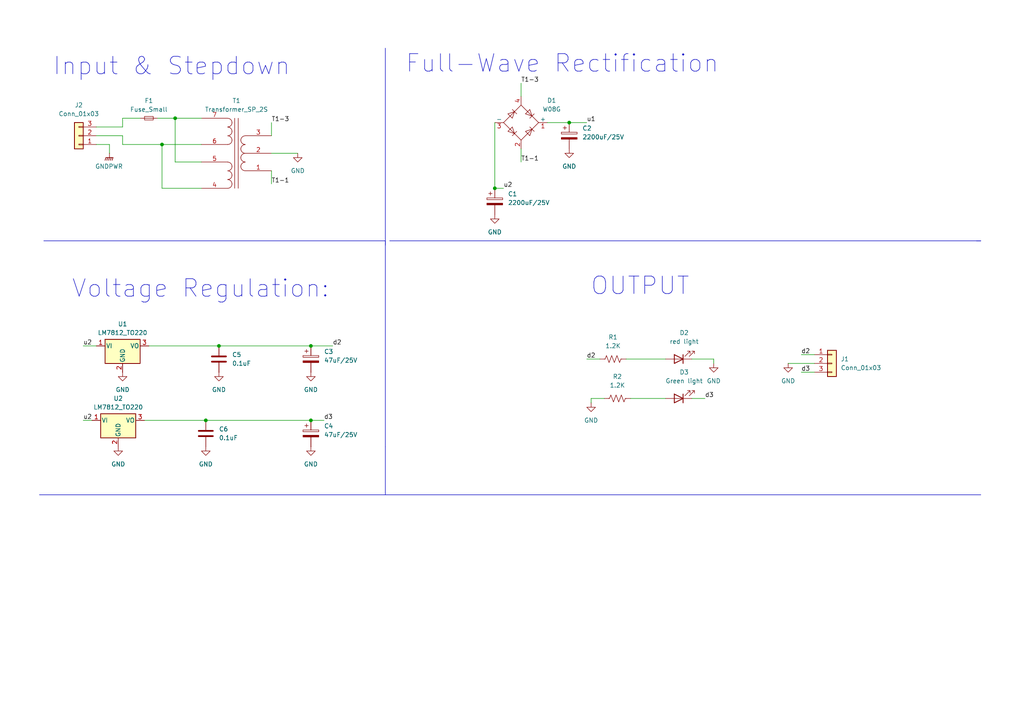
<source format=kicad_sch>
(kicad_sch (version 20250114) (generator "eeschema") (generator_version "9.0")
  (paper "A4")
  (lib_symbols
    (symbol "Connector_Generic:Conn_01x03" (pin_names (offset 1.016) (hide yes))
      (property "Reference" "J" (at 0 5.08 0))
      (property "Value" "Conn_01x03" (at 0 -5.08 0))
      (symbol "Conn_01x03_1_1"
        (rectangle (start -1.27 3.81) (end 1.27 -3.81) (stroke (width 0.254)) (fill (type background)))
        (rectangle (start -1.27 2.667) (end 0 2.413) (stroke (width 0.1524)))
        (rectangle (start -1.27 0.127) (end 0 -0.127) (stroke (width 0.1524)))
        (rectangle (start -1.27 -2.413) (end 0 -2.667) (stroke (width 0.1524)))
        (pin passive line (at -5.08 2.54 0) (length 3.81) (name "Pin_1") (number "1"))
        (pin passive line (at -5.08 0 0) (length 3.81) (name "Pin_2") (number "2"))
        (pin passive line (at -5.08 -2.54 0) (length 3.81) (name "Pin_3") (number "3"))
      )
    )
    (symbol "Device:C" (pin_numbers (hide yes)) (pin_names (offset 0.254))
      (property "Reference" "C" (at 0.635 2.54 0))
      (property "Value" "C" (at 0.635 -2.54 0))
      (symbol "C_0_1"
        (polyline (pts (xy -2.032 0.762) (xy 2.032 0.762)) (stroke (width 0.508)))
        (polyline (pts (xy -2.032 -0.762) (xy 2.032 -0.762)) (stroke (width 0.508)))
      )
      (symbol "C_1_1"
        (pin passive line (at 0 3.81 270) (length 2.794) (name "~") (number "1"))
        (pin passive line (at 0 -3.81 90) (length 2.794) (name "~") (number "2"))
      )
    )
    (symbol "Device:C_Polarized" (pin_numbers (hide yes)) (pin_names (offset 0.254))
      (property "Reference" "C" (at 0.635 2.54 0))
      (property "Value" "C_Polarized" (at 0.635 -2.54 0))
      (symbol "C_Polarized_0_1"
        (rectangle (start -2.286 0.508) (end 2.286 1.016))
        (polyline (pts (xy -1.778 2.286) (xy -0.762 2.286)))
        (polyline (pts (xy -1.27 2.794) (xy -1.27 1.778)))
        (rectangle (start 2.286 -0.508) (end -2.286 -1.016) (fill (type outline)))
      )
      (symbol "C_Polarized_1_1"
        (pin passive line (at 0 3.81 270) (length 2.794) (name "~") (number "1"))
        (pin passive line (at 0 -3.81 90) (length 2.794) (name "~") (number "2"))
      )
    )
    (symbol "Device:Fuse_Small" (pin_numbers (hide yes)) (pin_names (offset 0.254) (hide yes))
      (property "Reference" "F" (at 0 -1.524 0))
      (property "Value" "Fuse_Small" (at 0 1.524 0))
      (symbol "Fuse_Small_0_1"
        (rectangle (start -1.27 0.508) (end 1.27 -0.508))
        (polyline (pts (xy -1.27 0) (xy 1.27 0)))
      )
      (symbol "Fuse_Small_1_1"
        (pin passive line (at -2.54 0 0) (length 1.27) (name "~") (number "1"))
        (pin passive line (at 2.54 0 180) (length 1.27) (name "~") (number "2"))
      )
    )
    (symbol "Device:LED" (pin_numbers (hide yes)) (pin_names (offset 1.016) (hide yes))
      (property "Reference" "D" (at 0 2.54 0))
      (property "Value" "LED" (at 0 -2.54 0))
      (symbol "LED_0_1"
        (polyline (pts (xy -3.048 -0.762) (xy -4.572 -2.286) (xy -3.81 -2.286) (xy -4.572 -2.286) (xy -4.572 -1.524)))
        (polyline (pts (xy -1.778 -0.762) (xy -3.302 -2.286) (xy -2.54 -2.286) (xy -3.302 -2.286) (xy -3.302 -1.524)))
        (polyline (pts (xy -1.27 0) (xy 1.27 0)))
        (polyline (pts (xy -1.27 -1.27) (xy -1.27 1.27)) (stroke (width 0.254)))
        (polyline (pts (xy 1.27 -1.27) (xy 1.27 1.27) (xy -1.27 0) (xy 1.27 -1.27)) (stroke (width 0.254)))
      )
      (symbol "LED_1_1"
        (pin passive line (at -3.81 0 0) (length 2.54) (name "K") (number "1"))
        (pin passive line (at 3.81 0 180) (length 2.54) (name "A") (number "2"))
      )
    )
    (symbol "Device:R_US" (pin_numbers (hide yes)) (pin_names (offset 0))
      (property "Reference" "R" (at 2.54 0 90))
      (property "Value" "R_US" (at -2.54 0 90))
      (symbol "R_US_0_1"
        (polyline (pts (xy 0 2.286) (xy 0 2.54)))
        (polyline (pts (xy 0 2.286) (xy 1.016 1.905) (xy 0 1.524) (xy -1.016 1.143) (xy 0 0.762)))
        (polyline (pts (xy 0 0.762) (xy 1.016 0.381) (xy 0 0) (xy -1.016 -0.381) (xy 0 -0.762)))
        (polyline (pts (xy 0 -0.762) (xy 1.016 -1.143) (xy 0 -1.524) (xy -1.016 -1.905) (xy 0 -2.286)))
        (polyline (pts (xy 0 -2.286) (xy 0 -2.54)))
      )
      (symbol "R_US_1_1"
        (pin passive line (at 0 3.81 270) (length 1.27) (name "~") (number "1"))
        (pin passive line (at 0 -3.81 90) (length 1.27) (name "~") (number "2"))
      )
    )
    (symbol "Device:Transformer_SP_2S" (pin_names (offset 1.016) (hide yes))
      (property "Reference" "T" (at 0 12.7 0))
      (property "Value" "Transformer_SP_2S" (at 0 -12.7 0))
      (symbol "Transformer_SP_2S_0_1"
        (arc (start -1.27 3.81) (mid -1.656 2.9336) (end -2.54 2.5654))
        (arc (start -1.27 1.27) (mid -1.656 0.3936) (end -2.54 0.0254))
        (arc (start -1.27 -1.27) (mid -1.656 -2.1464) (end -2.54 -2.5146))
        (arc (start -1.27 -3.81) (mid -1.656 -4.6864) (end -2.54 -5.0546))
        (arc (start -2.54 5.08) (mid -1.642 4.708) (end -1.27 3.81))
        (arc (start -2.54 2.54) (mid -1.642 2.168) (end -1.27 1.27))
        (arc (start -2.54 0) (mid -1.642 -0.372) (end -1.27 -1.27))
        (arc (start -2.54 -2.54) (mid -1.642 -2.912) (end -1.27 -3.81))
        (polyline (pts (xy -0.508 -10.16) (xy -0.508 10.16)))
        (polyline (pts (xy 0.508 10.16) (xy 0.508 -10.16)))
        (arc (start 1.2954 8.89) (mid 1.6457 9.7917) (end 2.54 10.16))
        (arc (start 1.2954 6.35) (mid 1.6457 7.2517) (end 2.54 7.62))
        (arc (start 1.2954 3.81) (mid 1.6457 4.7117) (end 2.54 5.08))
        (arc (start 1.2954 -3.81) (mid 1.6457 -2.9083) (end 2.54 -2.54))
        (arc (start 1.2954 -6.35) (mid 1.6457 -5.4483) (end 2.54 -5.08))
        (arc (start 1.2954 -8.89) (mid 1.6457 -7.9883) (end 2.54 -7.62))
        (arc (start 2.54 7.6454) (mid 1.6599 8.0099) (end 1.2954 8.89))
        (arc (start 2.54 5.1054) (mid 1.6599 5.4699) (end 1.2954 6.35))
        (arc (start 2.54 2.5654) (mid 1.6599 2.9299) (end 1.2954 3.81))
        (arc (start 2.54 -5.0546) (mid 1.6599 -4.6901) (end 1.2954 -3.81))
        (arc (start 2.54 -7.5946) (mid 1.6599 -7.2301) (end 1.2954 -6.35))
        (arc (start 2.54 -10.1346) (mid 1.6599 -9.7701) (end 1.2954 -8.89))
      )
      (symbol "Transformer_SP_2S_1_1"
        (pin passive line (at -10.16 5.08 0) (length 7.62) (name "IN+") (number "1"))
        (pin passive line (at -10.16 0 0) (length 7.62) (name "PM") (number "2"))
        (pin passive line (at -10.16 -5.08 0) (length 7.62) (name "IN-") (number "3"))
        (pin passive line (at 10.16 10.16 180) (length 7.62) (name "OUT1A") (number "4"))
        (pin passive line (at 10.16 2.54 180) (length 7.62) (name "OUT1B") (number "5"))
        (pin passive line (at 10.16 -2.54 180) (length 7.62) (name "OUT2A") (number "6"))
        (pin passive line (at 10.16 -10.16 180) (length 7.62) (name "OUT2B") (number "7"))
      )
    )
    (symbol "Diode_Bridge:W08G" (pin_names (offset 0))
      (property "Reference" "D" (at 2.54 6.985 0))
      (property "Value" "W08G" (at 2.54 5.08 0))
      (symbol "W08G_0_1"
        (polyline (pts (xy -5.08 0) (xy 0 -5.08) (xy 5.08 0) (xy 0 5.08) (xy -5.08 0)))
        (polyline (pts (xy -3.81 2.54) (xy -2.54 1.27) (xy -1.905 3.175) (xy -3.81 2.54)))
        (polyline (pts (xy -2.54 3.81) (xy -1.27 2.54)))
        (polyline (pts (xy -2.54 -1.27) (xy -3.81 -2.54) (xy -1.905 -3.175) (xy -2.54 -1.27)))
        (polyline (pts (xy -1.27 -2.54) (xy -2.54 -3.81)))
        (polyline (pts (xy 1.27 2.54) (xy 2.54 3.81) (xy 3.175 1.905) (xy 1.27 2.54)))
        (polyline (pts (xy 2.54 1.27) (xy 3.81 2.54)))
        (polyline (pts (xy 2.54 -1.27) (xy 3.81 -2.54)))
        (polyline (pts (xy 3.175 -1.905) (xy 1.27 -2.54) (xy 2.54 -3.81) (xy 3.175 -1.905)))
      )
      (symbol "W08G_1_1"
        (pin passive line (at -7.62 0 0) (length 2.54) (name "-") (number "3"))
        (pin passive line (at 0 7.62 270) (length 2.54) (name "~") (number "4"))
        (pin passive line (at 0 -7.62 90) (length 2.54) (name "~") (number "2"))
        (pin passive line (at 7.62 0 180) (length 2.54) (name "+") (number "1"))
      )
    )
    (symbol "Regulator_Linear:LM7812_TO220" (pin_names (offset 0.254))
      (property "Reference" "U" (at -3.81 3.175 0))
      (property "Value" "LM7812_TO220" (at 0 3.175 0))
      (symbol "LM7812_TO220_0_1"
        (rectangle (start -5.08 1.905) (end 5.08 -5.08) (stroke (width 0.254)) (fill (type background)))
      )
      (symbol "LM7812_TO220_1_1"
        (pin power_in line (at -7.62 0 0) (length 2.54) (name "VI") (number "1"))
        (pin power_in line (at 0 -7.62 90) (length 2.54) (name "GND") (number "2"))
        (pin power_out line (at 7.62 0 180) (length 2.54) (name "VO") (number "3"))
      )
    )
    (symbol "power:GND" (power) (pin_numbers (hide yes)) (pin_names (offset 0) (hide yes))
      (property "Value" "GND" (at 0 -3.81 0))
      (symbol "GND_0_1"
        (polyline (pts (xy 0 0) (xy 0 -1.27) (xy 1.27 -1.27) (xy 0 -2.54) (xy -1.27 -1.27) (xy 0 -1.27)))
      )
      (symbol "GND_1_1"
        (pin power_in line (at 0 0 270) (length 0) (name "~") (number "1"))
      )
    )
    (symbol "power:GNDPWR" (power) (pin_numbers (hide yes)) (pin_names (offset 0) (hide yes))
      (property "Value" "GNDPWR" (at 0 -3.302 0))
      (symbol "GNDPWR_0_1"
        (polyline (pts (xy -1.016 -1.27) (xy -1.27 -2.032) (xy -1.27 -2.032)) (stroke (width 0.2032)))
        (polyline (pts (xy -0.508 -1.27) (xy -0.762 -2.032) (xy -0.762 -2.032)) (stroke (width 0.2032)))
        (polyline (pts (xy 0 -1.27) (xy 0 0)))
        (polyline (pts (xy 0 -1.27) (xy -0.254 -2.032) (xy -0.254 -2.032)) (stroke (width 0.2032)))
        (polyline (pts (xy 0.508 -1.27) (xy 0.254 -2.032) (xy 0.254 -2.032)) (stroke (width 0.2032)))
        (polyline (pts (xy 1.016 -1.27) (xy -1.016 -1.27) (xy -1.016 -1.27)) (stroke (width 0.2032)))
        (polyline (pts (xy 1.016 -1.27) (xy 0.762 -2.032) (xy 0.762 -2.032) (xy 0.762 -2.032)) (stroke (width 0.2032)))
      )
      (symbol "GNDPWR_1_1"
        (pin power_in line (at 0 0 270) (length 0) (name "~") (number "1"))
      )
    )
  )
  (text "Input & Stepdown" (at 49.784 19.304 0) (effects (font (size 5.08 5.08))))
  (text "Voltage Regulation:" (at 58.166 83.82 0) (effects (font (size 5.08 5.08))))
  (text "Full-Wave Rectification" (at 163.068 18.542 0) (effects (font (size 5.08 5.08))))
  (text "OUTPUT" (at 185.674 83.058 0) (effects (font (size 5.08 5.08))))
  (junction (at 46.99 41.91))
  (junction (at 143.51 54.61))
  (junction (at 90.17 121.92))
  (junction (at 165.1 35.56))
  (junction (at 63.5 100.33))
  (junction (at 59.69 121.92))
  (junction (at 90.17 100.33))
  (junction (at 50.8 34.29))
  (wire (pts (xy 175.26 115.57) (xy 171.45 115.57)))
  (wire (pts (xy 46.99 54.61) (xy 46.99 41.91)))
  (wire (pts (xy 35.56 39.37) (xy 27.94 39.37)))
  (wire (pts (xy 232.41 102.87) (xy 236.22 102.87)))
  (wire (pts (xy 35.56 36.83) (xy 35.56 34.29)))
  (polyline (pts (xy 111.76 143.51) (xy 284.48 143.51)))
  (wire (pts (xy 143.51 54.61) (xy 146.05 54.61)))
  (wire (pts (xy 46.99 41.91) (xy 58.42 41.91)))
  (wire (pts (xy 31.75 41.91) (xy 31.75 44.45)))
  (wire (pts (xy 207.01 104.14) (xy 207.01 105.41)))
  (polyline (pts (xy 111.76 69.85) (xy 111.76 71.12)))
  (wire (pts (xy 27.94 36.83) (xy 35.56 36.83)))
  (wire (pts (xy 35.56 41.91) (xy 35.56 39.37)))
  (wire (pts (xy 200.66 115.57) (xy 204.47 115.57)))
  (wire (pts (xy 78.74 44.45) (xy 86.36 44.45)))
  (wire (pts (xy 35.56 34.29) (xy 40.64 34.29)))
  (polyline (pts (xy 111.76 129.54) (xy 111.76 143.51)))
  (wire (pts (xy 24.13 100.33) (xy 27.94 100.33)))
  (wire (pts (xy 59.69 121.92) (xy 90.17 121.92)))
  (wire (pts (xy 158.75 35.56) (xy 165.1 35.56)))
  (wire (pts (xy 200.66 104.14) (xy 207.01 104.14)))
  (wire (pts (xy 78.74 35.56) (xy 78.74 39.37)))
  (wire (pts (xy 43.18 100.33) (xy 63.5 100.33)))
  (wire (pts (xy 228.6 105.41) (xy 236.22 105.41)))
  (wire (pts (xy 27.94 41.91) (xy 31.75 41.91)))
  (wire (pts (xy 45.72 34.29) (xy 50.8 34.29)))
  (wire (pts (xy 182.88 115.57) (xy 193.04 115.57)))
  (polyline (pts (xy 111.76 13.97) (xy 111.76 129.54)))
  (wire (pts (xy 50.8 34.29) (xy 58.42 34.29)))
  (wire (pts (xy 41.91 121.92) (xy 59.69 121.92)))
  (wire (pts (xy 171.45 115.57) (xy 171.45 116.84)))
  (polyline (pts (xy 283.21 69.85) (xy 284.48 69.85)))
  (wire (pts (xy 170.18 104.14) (xy 173.99 104.14)))
  (wire (pts (xy 90.17 121.92) (xy 93.98 121.92)))
  (wire (pts (xy 78.74 49.53) (xy 78.74 53.34)))
  (wire (pts (xy 181.61 104.14) (xy 193.04 104.14)))
  (wire (pts (xy 232.41 107.95) (xy 236.22 107.95)))
  (polyline (pts (xy 12.7 69.85) (xy 111.76 69.85)))
  (wire (pts (xy 35.56 41.91) (xy 46.99 41.91)))
  (wire (pts (xy 151.13 43.18) (xy 151.13 46.99)))
  (polyline (pts (xy 11.43 143.51) (xy 111.76 143.51)))
  (wire (pts (xy 143.51 35.56) (xy 143.51 54.61)))
  (polyline (pts (xy 113.03 69.85) (xy 284.48 69.85)))
  (wire (pts (xy 63.5 100.33) (xy 90.17 100.33)))
  (wire (pts (xy 151.13 24.13) (xy 151.13 27.94)))
  (wire (pts (xy 165.1 35.56) (xy 170.18 35.56)))
  (wire (pts (xy 58.42 54.61) (xy 46.99 54.61)))
  (wire (pts (xy 24.13 121.92) (xy 26.67 121.92)))
  (wire (pts (xy 90.17 100.33) (xy 96.52 100.33)))
  (wire (pts (xy 58.42 46.99) (xy 50.8 46.99)))
  (wire (pts (xy 50.8 46.99) (xy 50.8 34.29)))
  (label "u2" (at 24.13 100.33 0))
  (label "d3" (at 93.98 121.92 0))
  (label "d3" (at 204.47 115.57 0))
  (label "T1-1" (at 78.74 53.34 0))
  (label "d2" (at 232.41 102.87 0))
  (label "u2" (at 24.13 121.92 0))
  (label "d3" (at 232.41 107.95 0))
  (label "d2" (at 170.18 104.14 0))
  (label "T1-3" (at 78.74 35.56 0))
  (label "T1-1" (at 151.13 46.99 0))
  (label "d2" (at 96.52 100.33 0))
  (label "u2" (at 146.05 54.61 0))
  (label "T1-3" (at 151.13 24.13 0))
  (label "u1" (at 170.18 35.56 0))
  (symbol (lib_id "power:GND") (at 34.29 129.54 0) (unit 1)
    (property "Reference" "#PWR03" (effects (hide yes)))
    (property "Value" "GND" (at 34.29 134.62 0))
    (property "Description" "Power symbol creates a global label with name \"GND\" , ground" (effects (hide yes)))
  )
  (symbol (lib_id "power:GND") (at 63.5 107.95 0) (unit 1)
    (property "Reference" "#PWR05" (effects (hide yes)))
    (property "Value" "GND" (at 63.5 113.03 0))
    (property "Description" "Power symbol creates a global label with name \"GND\" , ground" (effects (hide yes)))
  )
  (symbol (lib_id "Device:C_Polarized") (at 90.17 125.73 0) (unit 1)
    (property "Reference" "C4" (at 93.98 123.5709 0) (effects (justify left)))
    (property "Value" "47uF/25V" (at 93.98 126.1109 0) (effects (justify left)))
    (property "Footprint" "Capacitor_SMD:CP_Elec_10x14.3" (effects (hide yes)))
    (property "Description" "Polarized capacitor" (effects (hide yes)))
  )
  (symbol (lib_id "power:GND") (at 59.69 129.54 0) (unit 1)
    (property "Reference" "#PWR06" (effects (hide yes)))
    (property "Value" "GND" (at 59.69 134.62 0))
    (property "Description" "Power symbol creates a global label with name \"GND\" , ground" (effects (hide yes)))
  )
  (symbol (lib_id "power:GND") (at 90.17 107.95 0) (unit 1)
    (property "Reference" "#PWR07" (effects (hide yes)))
    (property "Value" "GND" (at 90.17 113.03 0))
    (property "Description" "Power symbol creates a global label with name \"GND\" , ground" (effects (hide yes)))
  )
  (symbol (lib_id "power:GNDPWR") (at 31.75 44.45 0) (unit 1)
    (property "Reference" "#PWR013" (effects (hide yes)))
    (property "Value" "GNDPWR" (at 31.623 48.26 0))
    (property "Description" "Power symbol creates a global label with name \"GNDPWR\" , global ground" (effects (hide yes)))
  )
  (symbol (lib_id "power:GND") (at 90.17 129.54 0) (unit 1)
    (property "Reference" "#PWR08" (effects (hide yes)))
    (property "Value" "GND" (at 90.17 134.62 0))
    (property "Description" "Power symbol creates a global label with name \"GND\" , ground" (effects (hide yes)))
  )
  (symbol (lib_id "Device:C") (at 59.69 125.73 0) (unit 1)
    (property "Reference" "C6" (at 63.5 124.4599 0) (effects (justify left)))
    (property "Value" "0.1uF" (at 63.5 126.9999 0) (effects (justify left)))
    (property "Footprint" "Capacitor_Tantalum_SMD:CP_EIA-2012-15_AVX-P" (effects (hide yes)))
    (property "Description" "Unpolarized capacitor" (effects (hide yes)))
  )
  (symbol (lib_id "Device:LED") (at 196.85 115.57 180) (unit 1)
    (property "Reference" "D3" (at 198.4375 107.95 0))
    (property "Value" "Green light" (at 198.4375 110.49 0))
    (property "Footprint" "LED_THT:LED_D3.0mm_Horizontal_O1.27mm_Z10.0mm" (effects (hide yes)))
    (property "Description" "Light emitting diode" (effects (hide yes)))
    (property "Sim.Pins" "1=K 2=A" (effects (hide yes)))
  )
  (symbol (lib_id "Device:Fuse_Small") (at 43.18 34.29 0) (unit 1)
    (property "Reference" "F1" (at 43.18 29.21 0))
    (property "Value" "Fuse_Small" (at 43.18 31.75 0))
    (property "Footprint" "Fuse:Fuseholder_Cylinder-5x20mm_EATON_HBW_Vertical_Closed" (effects (hide yes)))
    (property "Description" "Fuse, small symbol" (effects (hide yes)))
  )
  (symbol (lib_id "Device:C_Polarized") (at 90.17 104.14 0) (unit 1)
    (property "Reference" "C3" (at 93.98 101.9809 0) (effects (justify left)))
    (property "Value" "47uF/25V" (at 93.98 104.5209 0) (effects (justify left)))
    (property "Footprint" "Capacitor_SMD:CP_Elec_10x14.3" (effects (hide yes)))
    (property "Description" "Polarized capacitor" (effects (hide yes)))
  )
  (symbol (lib_id "Regulator_Linear:LM7812_TO220") (at 35.56 100.33 0) (unit 1)
    (property "Reference" "U1" (at 35.56 93.98 0))
    (property "Value" "LM7812_TO220" (at 35.56 96.52 0))
    (property "Footprint" "Package_TO_SOT_THT:TO-220-3_Vertical" (effects (hide yes)))
    (property "Datasheet" "https://www.onsemi.cn/PowerSolutions/document/MC7800-D.PDF" (effects (hide yes)))
    (property "Description" "Positive 1A 35V Linear Regulator, Fixed Output 12V, TO-220" (effects (hide yes)))
  )
  (symbol (lib_id "power:GND") (at 228.6 105.41 0) (unit 1)
    (property "Reference" "#PWR09" (effects (hide yes)))
    (property "Value" "GND" (at 228.6 110.49 0))
    (property "Description" "Power symbol creates a global label with name \"GND\" , ground" (effects (hide yes)))
  )
  (symbol (lib_id "Device:R_US") (at 179.07 115.57 90) (unit 1)
    (property "Reference" "R2" (at 179.07 109.22 90))
    (property "Value" "1.2K" (at 179.07 111.76 90))
    (property "Description" "Resistor, US symbol" (effects (hide yes)))
  )
  (symbol (lib_id "Device:R_US") (at 177.8 104.14 90) (unit 1)
    (property "Reference" "R1" (at 177.8 97.79 90))
    (property "Value" "1.2K" (at 177.8 100.33 90))
    (property "Description" "Resistor, US symbol" (effects (hide yes)))
  )
  (symbol (lib_id "Connector_Generic:Conn_01x03") (at 22.86 39.37 180) (unit 1)
    (property "Reference" "J2" (at 22.86 30.48 0))
    (property "Value" "Conn_01x03" (at 22.86 33.02 0))
    (property "Description" "Generic connector, single row, 01x03, script generated (kicad-library-utils/schlib/autogen/connector/)" (effects (hide yes)))
  )
  (symbol (lib_id "power:GND") (at 171.45 116.84 0) (unit 1)
    (property "Reference" "#PWR010" (effects (hide yes)))
    (property "Value" "GND" (at 171.45 121.92 0))
    (property "Description" "Power symbol creates a global label with name \"GND\" , ground" (effects (hide yes)))
  )
  (symbol (lib_id "Device:LED") (at 196.85 104.14 180) (unit 1)
    (property "Reference" "D2" (at 198.4375 96.52 0))
    (property "Value" "red light" (at 198.4375 99.06 0))
    (property "Footprint" "LED_THT:LED_D3.0mm_Horizontal_O1.27mm_Z10.0mm" (effects (hide yes)))
    (property "Description" "Light emitting diode" (effects (hide yes)))
    (property "Sim.Pins" "1=K 2=A" (effects (hide yes)))
  )
  (symbol (lib_id "power:GND") (at 35.56 107.95 0) (unit 1)
    (property "Reference" "#PWR04" (effects (hide yes)))
    (property "Value" "GND" (at 35.56 113.03 0))
    (property "Description" "Power symbol creates a global label with name \"GND\" , ground" (effects (hide yes)))
  )
  (symbol (lib_id "power:GND") (at 143.51 62.23 0) (unit 1)
    (property "Reference" "#PWR02" (effects (hide yes)))
    (property "Value" "GND" (at 143.51 67.31 0))
    (property "Description" "Power symbol creates a global label with name \"GND\" , ground" (effects (hide yes)))
  )
  (symbol (lib_id "power:GND") (at 86.36 44.45 0) (unit 1)
    (property "Reference" "#PWR012" (effects (hide yes)))
    (property "Value" "GND" (at 86.36 49.53 0))
    (property "Description" "Power symbol creates a global label with name \"GND\" , ground" (effects (hide yes)))
  )
  (symbol (lib_id "power:GND") (at 165.1 43.18 0) (unit 1)
    (property "Reference" "#PWR01" (effects (hide yes)))
    (property "Value" "GND" (at 165.1 48.26 0))
    (property "Description" "Power symbol creates a global label with name \"GND\" , ground" (effects (hide yes)))
  )
  (symbol (lib_id "Connector_Generic:Conn_01x03") (at 241.3 105.41 0) (unit 1)
    (property "Reference" "J1" (at 243.84 104.1399 0) (effects (justify left)))
    (property "Value" "Conn_01x03" (at 243.84 106.6799 0) (effects (justify left)))
    (property "Description" "Generic connector, single row, 01x03, script generated (kicad-library-utils/schlib/autogen/connector/)" (effects (hide yes)))
  )
  (symbol (lib_id "Device:C_Polarized") (at 143.51 58.42 0) (unit 1)
    (property "Reference" "C1" (at 147.32 56.2609 0) (effects (justify left)))
    (property "Value" "2200uF/25V" (at 147.32 58.8009 0) (effects (justify left)))
    (property "Footprint" "Capacitor_SMD:CP_Elec_10x14.3" (effects (hide yes)))
    (property "Description" "Polarized capacitor" (effects (hide yes)))
  )
  (symbol (lib_id "Device:C_Polarized") (at 165.1 39.37 0) (unit 1)
    (property "Reference" "C2" (at 168.91 37.2109 0) (effects (justify left)))
    (property "Value" "2200uF/25V" (at 168.91 39.7509 0) (effects (justify left)))
    (property "Footprint" "Capacitor_SMD:CP_Elec_10x14.3" (effects (hide yes)))
    (property "Description" "Polarized capacitor" (effects (hide yes)))
  )
  (symbol (lib_id "power:GND") (at 207.01 105.41 0) (unit 1)
    (property "Reference" "#PWR011" (effects (hide yes)))
    (property "Value" "GND" (at 207.01 110.49 0))
    (property "Description" "Power symbol creates a global label with name \"GND\" , ground" (effects (hide yes)))
  )
  (symbol (lib_id "Diode_Bridge:W08G") (at 151.13 35.56 0) (unit 1)
    (property "Reference" "D1" (at 160.02 29.1398 0))
    (property "Value" "W08G" (at 160.02 31.6798 0))
    (property "Footprint" "Diode_THT:Diode_Bridge_Round_D9.8mm" (effects (hide yes)))
    (property "Datasheet" "https://www.vishay.com/docs/88769/woo5g.pdf" (effects (hide yes)))
    (property "Description" "Glass Passivated Single-Phase Bridge Rectifier, 560V Vrms, 1.5A If, WOG package" (effects (hide yes)))
  )
  (symbol (lib_id "Device:C") (at 63.5 104.14 0) (unit 1)
    (property "Reference" "C5" (at 67.31 102.8699 0) (effects (justify left)))
    (property "Value" "0.1uF" (at 67.31 105.4099 0) (effects (justify left)))
    (property "Footprint" "Capacitor_Tantalum_SMD:CP_EIA-2012-15_AVX-P" (effects (hide yes)))
    (property "Description" "Unpolarized capacitor" (effects (hide yes)))
  )
  (symbol (lib_id "Device:Transformer_SP_2S") (at 68.58 44.45 180) (unit 1)
    (property "Reference" "T1" (at 68.58 29.21 0))
    (property "Value" "Transformer_SP_2S" (at 68.58 31.75 0))
    (property "Description" "Transformer, split primary, dual secondary" (effects (hide yes)))
  )
  (symbol (lib_id "Regulator_Linear:LM7812_TO220") (at 34.29 121.92 0) (unit 1)
    (property "Reference" "U2" (at 34.29 115.57 0))
    (property "Value" "LM7812_TO220" (at 34.29 118.11 0))
    (property "Footprint" "Package_TO_SOT_THT:TO-220-3_Vertical" (effects (hide yes)))
    (property "Datasheet" "https://www.onsemi.cn/PowerSolutions/document/MC7800-D.PDF" (effects (hide yes)))
    (property "Description" "Positive 1A 35V Linear Regulator, Fixed Output 12V, TO-220" (effects (hide yes)))
  )
)
</source>
